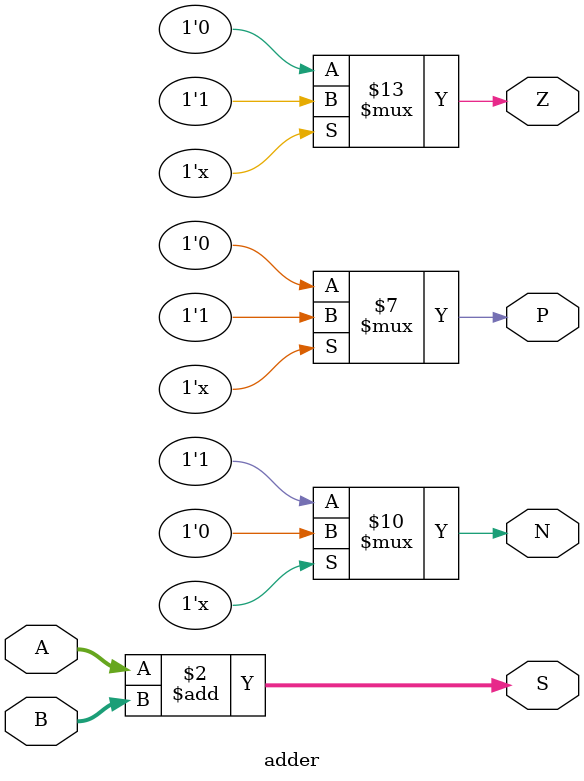
<source format=sv>
parameter NBITS = 8;
module adder(
  
  input logic signed [NBITS -1:0] A, B,
  output logic signed [NBITS -1: 0] S,
  output logic N, Z, P
);
	always_comb begin
      
      S <= A + B;
      
      if (S == 0)
        Z <= 1;
	  else Z <= 0;
      
      if (S[NBITS -1] == 0)
        N <= 0;
      else N<= 1;
      
      if (S[0] == 0)
        P<= 1;
	  else P<= 0;
      
    end
  
endmodule
</source>
